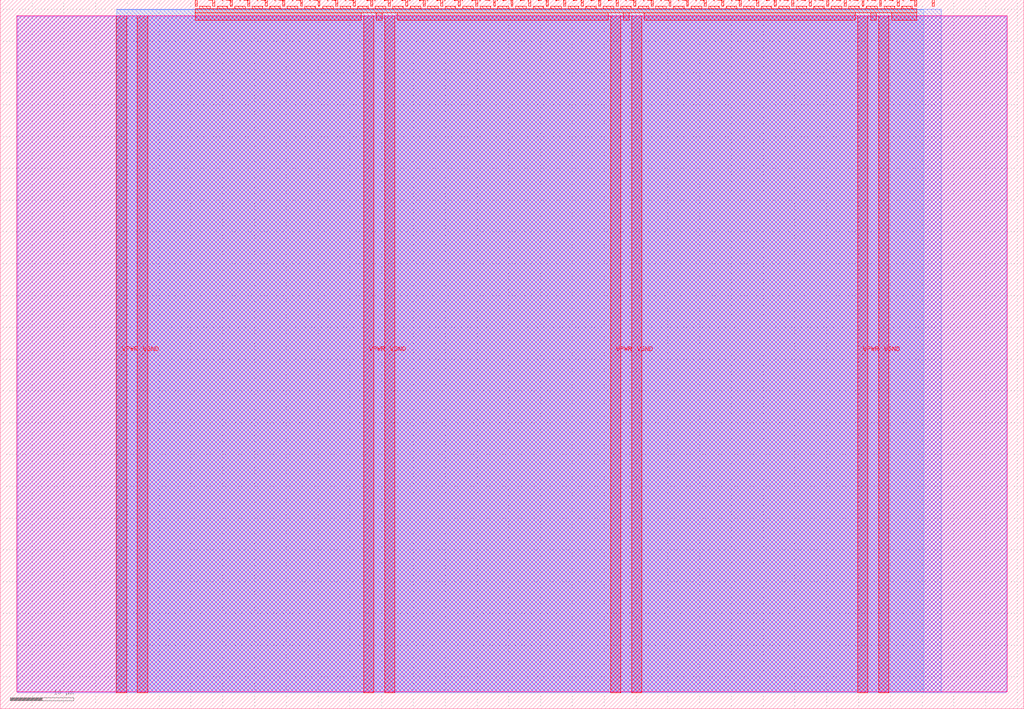
<source format=lef>
VERSION 5.7 ;
  NOWIREEXTENSIONATPIN ON ;
  DIVIDERCHAR "/" ;
  BUSBITCHARS "[]" ;
MACRO tt_um_wokwi_442983161563395073
  CLASS BLOCK ;
  FOREIGN tt_um_wokwi_442983161563395073 ;
  ORIGIN 0.000 0.000 ;
  SIZE 161.000 BY 111.520 ;
  PIN VGND
    DIRECTION INOUT ;
    USE GROUND ;
    PORT
      LAYER met4 ;
        RECT 21.580 2.480 23.180 109.040 ;
    END
    PORT
      LAYER met4 ;
        RECT 60.450 2.480 62.050 109.040 ;
    END
    PORT
      LAYER met4 ;
        RECT 99.320 2.480 100.920 109.040 ;
    END
    PORT
      LAYER met4 ;
        RECT 138.190 2.480 139.790 109.040 ;
    END
  END VGND
  PIN VPWR
    DIRECTION INOUT ;
    USE POWER ;
    PORT
      LAYER met4 ;
        RECT 18.280 2.480 19.880 109.040 ;
    END
    PORT
      LAYER met4 ;
        RECT 57.150 2.480 58.750 109.040 ;
    END
    PORT
      LAYER met4 ;
        RECT 96.020 2.480 97.620 109.040 ;
    END
    PORT
      LAYER met4 ;
        RECT 134.890 2.480 136.490 109.040 ;
    END
  END VPWR
  PIN clk
    DIRECTION INPUT ;
    USE SIGNAL ;
    ANTENNAGATEAREA 0.159000 ;
    PORT
      LAYER met4 ;
        RECT 143.830 110.520 144.130 111.520 ;
    END
  END clk
  PIN ena
    DIRECTION INPUT ;
    USE SIGNAL ;
    PORT
      LAYER met4 ;
        RECT 146.590 110.520 146.890 111.520 ;
    END
  END ena
  PIN rst_n
    DIRECTION INPUT ;
    USE SIGNAL ;
    PORT
      LAYER met4 ;
        RECT 141.070 110.520 141.370 111.520 ;
    END
  END rst_n
  PIN ui_in[0]
    DIRECTION INPUT ;
    USE SIGNAL ;
    PORT
      LAYER met4 ;
        RECT 138.310 110.520 138.610 111.520 ;
    END
  END ui_in[0]
  PIN ui_in[1]
    DIRECTION INPUT ;
    USE SIGNAL ;
    PORT
      LAYER met4 ;
        RECT 135.550 110.520 135.850 111.520 ;
    END
  END ui_in[1]
  PIN ui_in[2]
    DIRECTION INPUT ;
    USE SIGNAL ;
    PORT
      LAYER met4 ;
        RECT 132.790 110.520 133.090 111.520 ;
    END
  END ui_in[2]
  PIN ui_in[3]
    DIRECTION INPUT ;
    USE SIGNAL ;
    PORT
      LAYER met4 ;
        RECT 130.030 110.520 130.330 111.520 ;
    END
  END ui_in[3]
  PIN ui_in[4]
    DIRECTION INPUT ;
    USE SIGNAL ;
    PORT
      LAYER met4 ;
        RECT 127.270 110.520 127.570 111.520 ;
    END
  END ui_in[4]
  PIN ui_in[5]
    DIRECTION INPUT ;
    USE SIGNAL ;
    PORT
      LAYER met4 ;
        RECT 124.510 110.520 124.810 111.520 ;
    END
  END ui_in[5]
  PIN ui_in[6]
    DIRECTION INPUT ;
    USE SIGNAL ;
    PORT
      LAYER met4 ;
        RECT 121.750 110.520 122.050 111.520 ;
    END
  END ui_in[6]
  PIN ui_in[7]
    DIRECTION INPUT ;
    USE SIGNAL ;
    PORT
      LAYER met4 ;
        RECT 118.990 110.520 119.290 111.520 ;
    END
  END ui_in[7]
  PIN uio_in[0]
    DIRECTION INPUT ;
    USE SIGNAL ;
    PORT
      LAYER met4 ;
        RECT 116.230 110.520 116.530 111.520 ;
    END
  END uio_in[0]
  PIN uio_in[1]
    DIRECTION INPUT ;
    USE SIGNAL ;
    PORT
      LAYER met4 ;
        RECT 113.470 110.520 113.770 111.520 ;
    END
  END uio_in[1]
  PIN uio_in[2]
    DIRECTION INPUT ;
    USE SIGNAL ;
    PORT
      LAYER met4 ;
        RECT 110.710 110.520 111.010 111.520 ;
    END
  END uio_in[2]
  PIN uio_in[3]
    DIRECTION INPUT ;
    USE SIGNAL ;
    PORT
      LAYER met4 ;
        RECT 107.950 110.520 108.250 111.520 ;
    END
  END uio_in[3]
  PIN uio_in[4]
    DIRECTION INPUT ;
    USE SIGNAL ;
    PORT
      LAYER met4 ;
        RECT 105.190 110.520 105.490 111.520 ;
    END
  END uio_in[4]
  PIN uio_in[5]
    DIRECTION INPUT ;
    USE SIGNAL ;
    PORT
      LAYER met4 ;
        RECT 102.430 110.520 102.730 111.520 ;
    END
  END uio_in[5]
  PIN uio_in[6]
    DIRECTION INPUT ;
    USE SIGNAL ;
    PORT
      LAYER met4 ;
        RECT 99.670 110.520 99.970 111.520 ;
    END
  END uio_in[6]
  PIN uio_in[7]
    DIRECTION INPUT ;
    USE SIGNAL ;
    PORT
      LAYER met4 ;
        RECT 96.910 110.520 97.210 111.520 ;
    END
  END uio_in[7]
  PIN uio_oe[0]
    DIRECTION OUTPUT ;
    USE SIGNAL ;
    PORT
      LAYER met4 ;
        RECT 49.990 110.520 50.290 111.520 ;
    END
  END uio_oe[0]
  PIN uio_oe[1]
    DIRECTION OUTPUT ;
    USE SIGNAL ;
    PORT
      LAYER met4 ;
        RECT 47.230 110.520 47.530 111.520 ;
    END
  END uio_oe[1]
  PIN uio_oe[2]
    DIRECTION OUTPUT ;
    USE SIGNAL ;
    PORT
      LAYER met4 ;
        RECT 44.470 110.520 44.770 111.520 ;
    END
  END uio_oe[2]
  PIN uio_oe[3]
    DIRECTION OUTPUT ;
    USE SIGNAL ;
    PORT
      LAYER met4 ;
        RECT 41.710 110.520 42.010 111.520 ;
    END
  END uio_oe[3]
  PIN uio_oe[4]
    DIRECTION OUTPUT ;
    USE SIGNAL ;
    PORT
      LAYER met4 ;
        RECT 38.950 110.520 39.250 111.520 ;
    END
  END uio_oe[4]
  PIN uio_oe[5]
    DIRECTION OUTPUT ;
    USE SIGNAL ;
    PORT
      LAYER met4 ;
        RECT 36.190 110.520 36.490 111.520 ;
    END
  END uio_oe[5]
  PIN uio_oe[6]
    DIRECTION OUTPUT ;
    USE SIGNAL ;
    PORT
      LAYER met4 ;
        RECT 33.430 110.520 33.730 111.520 ;
    END
  END uio_oe[6]
  PIN uio_oe[7]
    DIRECTION OUTPUT ;
    USE SIGNAL ;
    PORT
      LAYER met4 ;
        RECT 30.670 110.520 30.970 111.520 ;
    END
  END uio_oe[7]
  PIN uio_out[0]
    DIRECTION OUTPUT ;
    USE SIGNAL ;
    PORT
      LAYER met4 ;
        RECT 72.070 110.520 72.370 111.520 ;
    END
  END uio_out[0]
  PIN uio_out[1]
    DIRECTION OUTPUT ;
    USE SIGNAL ;
    PORT
      LAYER met4 ;
        RECT 69.310 110.520 69.610 111.520 ;
    END
  END uio_out[1]
  PIN uio_out[2]
    DIRECTION OUTPUT ;
    USE SIGNAL ;
    PORT
      LAYER met4 ;
        RECT 66.550 110.520 66.850 111.520 ;
    END
  END uio_out[2]
  PIN uio_out[3]
    DIRECTION OUTPUT ;
    USE SIGNAL ;
    PORT
      LAYER met4 ;
        RECT 63.790 110.520 64.090 111.520 ;
    END
  END uio_out[3]
  PIN uio_out[4]
    DIRECTION OUTPUT ;
    USE SIGNAL ;
    PORT
      LAYER met4 ;
        RECT 61.030 110.520 61.330 111.520 ;
    END
  END uio_out[4]
  PIN uio_out[5]
    DIRECTION OUTPUT ;
    USE SIGNAL ;
    PORT
      LAYER met4 ;
        RECT 58.270 110.520 58.570 111.520 ;
    END
  END uio_out[5]
  PIN uio_out[6]
    DIRECTION OUTPUT ;
    USE SIGNAL ;
    PORT
      LAYER met4 ;
        RECT 55.510 110.520 55.810 111.520 ;
    END
  END uio_out[6]
  PIN uio_out[7]
    DIRECTION OUTPUT ;
    USE SIGNAL ;
    PORT
      LAYER met4 ;
        RECT 52.750 110.520 53.050 111.520 ;
    END
  END uio_out[7]
  PIN uo_out[0]
    DIRECTION OUTPUT ;
    USE SIGNAL ;
    ANTENNADIFFAREA 0.445500 ;
    PORT
      LAYER met4 ;
        RECT 94.150 110.520 94.450 111.520 ;
    END
  END uo_out[0]
  PIN uo_out[1]
    DIRECTION OUTPUT ;
    USE SIGNAL ;
    ANTENNADIFFAREA 0.445500 ;
    PORT
      LAYER met4 ;
        RECT 91.390 110.520 91.690 111.520 ;
    END
  END uo_out[1]
  PIN uo_out[2]
    DIRECTION OUTPUT ;
    USE SIGNAL ;
    ANTENNADIFFAREA 0.445500 ;
    PORT
      LAYER met4 ;
        RECT 88.630 110.520 88.930 111.520 ;
    END
  END uo_out[2]
  PIN uo_out[3]
    DIRECTION OUTPUT ;
    USE SIGNAL ;
    ANTENNADIFFAREA 0.445500 ;
    PORT
      LAYER met4 ;
        RECT 85.870 110.520 86.170 111.520 ;
    END
  END uo_out[3]
  PIN uo_out[4]
    DIRECTION OUTPUT ;
    USE SIGNAL ;
    ANTENNADIFFAREA 0.445500 ;
    PORT
      LAYER met4 ;
        RECT 83.110 110.520 83.410 111.520 ;
    END
  END uo_out[4]
  PIN uo_out[5]
    DIRECTION OUTPUT ;
    USE SIGNAL ;
    ANTENNADIFFAREA 0.445500 ;
    PORT
      LAYER met4 ;
        RECT 80.350 110.520 80.650 111.520 ;
    END
  END uo_out[5]
  PIN uo_out[6]
    DIRECTION OUTPUT ;
    USE SIGNAL ;
    PORT
      LAYER met4 ;
        RECT 77.590 110.520 77.890 111.520 ;
    END
  END uo_out[6]
  PIN uo_out[7]
    DIRECTION OUTPUT ;
    USE SIGNAL ;
    PORT
      LAYER met4 ;
        RECT 74.830 110.520 75.130 111.520 ;
    END
  END uo_out[7]
  OBS
      LAYER nwell ;
        RECT 2.570 2.635 158.430 108.990 ;
      LAYER li1 ;
        RECT 2.760 2.635 158.240 108.885 ;
      LAYER met1 ;
        RECT 2.760 2.480 158.240 109.040 ;
      LAYER met2 ;
        RECT 18.310 2.535 148.020 110.005 ;
      LAYER met3 ;
        RECT 18.290 2.555 145.295 109.985 ;
      LAYER met4 ;
        RECT 31.370 110.120 33.030 110.520 ;
        RECT 34.130 110.120 35.790 110.520 ;
        RECT 36.890 110.120 38.550 110.520 ;
        RECT 39.650 110.120 41.310 110.520 ;
        RECT 42.410 110.120 44.070 110.520 ;
        RECT 45.170 110.120 46.830 110.520 ;
        RECT 47.930 110.120 49.590 110.520 ;
        RECT 50.690 110.120 52.350 110.520 ;
        RECT 53.450 110.120 55.110 110.520 ;
        RECT 56.210 110.120 57.870 110.520 ;
        RECT 58.970 110.120 60.630 110.520 ;
        RECT 61.730 110.120 63.390 110.520 ;
        RECT 64.490 110.120 66.150 110.520 ;
        RECT 67.250 110.120 68.910 110.520 ;
        RECT 70.010 110.120 71.670 110.520 ;
        RECT 72.770 110.120 74.430 110.520 ;
        RECT 75.530 110.120 77.190 110.520 ;
        RECT 78.290 110.120 79.950 110.520 ;
        RECT 81.050 110.120 82.710 110.520 ;
        RECT 83.810 110.120 85.470 110.520 ;
        RECT 86.570 110.120 88.230 110.520 ;
        RECT 89.330 110.120 90.990 110.520 ;
        RECT 92.090 110.120 93.750 110.520 ;
        RECT 94.850 110.120 96.510 110.520 ;
        RECT 97.610 110.120 99.270 110.520 ;
        RECT 100.370 110.120 102.030 110.520 ;
        RECT 103.130 110.120 104.790 110.520 ;
        RECT 105.890 110.120 107.550 110.520 ;
        RECT 108.650 110.120 110.310 110.520 ;
        RECT 111.410 110.120 113.070 110.520 ;
        RECT 114.170 110.120 115.830 110.520 ;
        RECT 116.930 110.120 118.590 110.520 ;
        RECT 119.690 110.120 121.350 110.520 ;
        RECT 122.450 110.120 124.110 110.520 ;
        RECT 125.210 110.120 126.870 110.520 ;
        RECT 127.970 110.120 129.630 110.520 ;
        RECT 130.730 110.120 132.390 110.520 ;
        RECT 133.490 110.120 135.150 110.520 ;
        RECT 136.250 110.120 137.910 110.520 ;
        RECT 139.010 110.120 140.670 110.520 ;
        RECT 141.770 110.120 143.430 110.520 ;
        RECT 30.655 109.440 144.145 110.120 ;
        RECT 30.655 108.295 56.750 109.440 ;
        RECT 59.150 108.295 60.050 109.440 ;
        RECT 62.450 108.295 95.620 109.440 ;
        RECT 98.020 108.295 98.920 109.440 ;
        RECT 101.320 108.295 134.490 109.440 ;
        RECT 136.890 108.295 137.790 109.440 ;
        RECT 140.190 108.295 144.145 109.440 ;
  END
END tt_um_wokwi_442983161563395073
END LIBRARY


</source>
